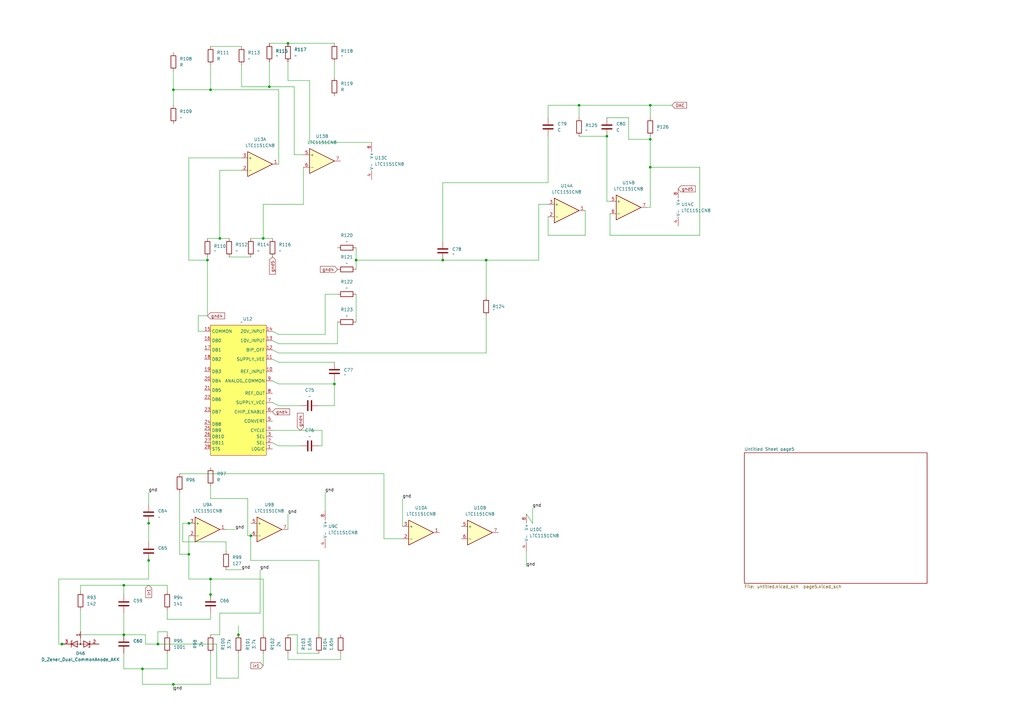
<source format=kicad_sch>
(kicad_sch (version 20231120) (generator "eeschema") (generator_version "8.0")
  (paper "A3")
  (lib_symbols
    (symbol "Amplifier_Operational:LTC1151CN8" (pin_names (offset 0.127))
      (property "Reference" "U" (at 5.08 7.62 0))
      (property "Value" "LTC1151CN8" (at 5.08 5.08 0))
      (symbol "LTC1151CN8_1_1"
        (polyline (pts (xy -5.08 5.08) (xy -5.08 -5.08) (xy 5.08 0) (xy -5.08 5.08)) (stroke (width 0.254)) (fill (type background)))
        (pin output line (at 7.62 0 180) (length 2.54) (name "~") (number "1"))
        (pin input line (at -7.62 -2.54 0) (length 2.54) (name "-") (number "2"))
        (pin input line (at -7.62 2.54 0) (length 2.54) (name "+") (number "3"))
      )
      (symbol "LTC1151CN8_2_1"
        (polyline (pts (xy -5.08 5.08) (xy -5.08 -5.08) (xy 5.08 0) (xy -5.08 5.08)) (stroke (width 0.254)) (fill (type background)))
        (pin input line (at -7.62 2.54 0) (length 2.54) (name "+") (number "5"))
        (pin input line (at -7.62 -2.54 0) (length 2.54) (name "-") (number "6"))
        (pin output line (at 7.62 0 180) (length 2.54) (name "~") (number "7"))
      )
      (symbol "LTC1151CN8_3_1"
        (pin power_in line (at -2.54 -7.62 90) (length 3.81) (name "V-") (number "4"))
        (pin power_in line (at -2.54 7.62 270) (length 3.81) (name "V+") (number "8"))
      )
    )
    (symbol "Device:C" (pin_numbers hide) (pin_names (offset 0.254))
      (property "Reference" "C" (at 0.635 2.54 0))
      (property "Value" "C" (at 0.635 -2.54 0))
      (symbol "C_0_1"
        (polyline (pts (xy -2.032 -0.762) (xy 2.032 -0.762)) (stroke (width 0.508)))
        (polyline (pts (xy -2.032 0.762) (xy 2.032 0.762)) (stroke (width 0.508)))
      )
      (symbol "C_1_1"
        (pin passive line (at 0 3.81 270) (length 2.794) (name "~") (number "1"))
        (pin passive line (at 0 -3.81 90) (length 2.794) (name "~") (number "2"))
      )
    )
    (symbol "Device:D_Zener_Dual_CommonAnode_AKK" (pin_names (offset 0.762) hide)
      (property "Reference" "D" (at 1.27 -2.54 0))
      (property "Value" "D_Zener_Dual_CommonAnode_AKK" (at 0 2.54 0))
      (symbol "D_Zener_Dual_CommonAnode_AKK_0_1"
        (polyline (pts (xy -3.556 0) (xy 3.81 0)))
        (polyline (pts (xy 0 0) (xy 0 -2.54)))
        (polyline (pts (xy -3.81 -1.27) (xy -3.81 1.27) (xy -3.302 1.27)) (stroke (width 0.254)))
        (polyline (pts (xy 3.81 1.27) (xy 3.81 -1.27) (xy 3.302 -1.27)) (stroke (width 0.254)))
        (polyline (pts (xy -1.27 -1.27) (xy -3.81 0) (xy -1.27 1.27) (xy -1.27 -1.27) (xy -1.27 -1.27) (xy -1.27 -1.27)) (stroke (width 0.254)))
        (polyline (pts (xy 1.27 1.27) (xy 3.81 0) (xy 1.27 -1.27) (xy 1.27 1.27) (xy 1.27 1.27) (xy 1.27 1.27)) (stroke (width 0.254)))
        (circle (center 0 0) (radius 0.254) (fill (type outline)))
        (pin passive line (at 0 -5.08 90) (length 2.54) (name "A") (number "1"))
        (pin passive line (at -7.62 0 0) (length 3.81) (name "K") (number "2"))
        (pin passive line (at 7.62 0 180) (length 3.81) (name "K") (number "3"))
      )
    )
    (symbol "Device:R" (pin_numbers hide) (pin_names (offset 0))
      (property "Reference" "R" (at 2.032 0 90))
      (property "Value" "R" (at 0 0 90))
      (symbol "R_0_1"
        (rectangle (start -1.016 -2.54) (end 1.016 2.54) (stroke (width 0.254)))
      )
      (symbol "R_1_1"
        (pin passive line (at 0 3.81 270) (length 1.27) (name "~") (number "1"))
        (pin passive line (at 0 -3.81 90) (length 1.27) (name "~") (number "2"))
      )
    )
    (symbol "New_Library_0:HI3-574AJN-52"
      (property "Reference" "U" (at 46.99 3.302 0))
      (symbol "HI3-574AJN-52_0_1"
        (rectangle (start -16.51 -21.59) (end -16.51 -21.59))
        (rectangle (start -15.24 -21.59) (end -15.24 -21.59))
      )
      (symbol "HI3-574AJN-52_1_1"
        (rectangle (start -13.97 30.48) (end 8.89 -22.86) (fill (type color) (color 253 255 113 1)))
        (pin input line (at -16.51 27.94 0) (length 2.54) (name "LOGIC") (number "1"))
        (pin input line (at -16.51 -3.81 0) (length 2.54) (name "REF_INPUT") (number "10"))
        (pin power_in line (at -16.51 -8.89 0) (length 2.54) (name "SUPPLY_VEE") (number "11"))
        (pin bidirectional line (at -16.51 -12.7 0) (length 2.54) (name "BIP_OFF") (number "12"))
        (pin input line (at -16.51 -16.51 0) (length 2.54) (name "10V_INPUT") (number "13"))
        (pin input line (at -16.51 -20.32 0) (length 2.54) (name "20V_INPUT") (number "14"))
        (pin bidirectional line (at 11.43 -20.32 180) (length 2.54) (name "COMMON") (number "15"))
        (pin output line (at 11.43 -16.51 180) (length 2.54) (name "DB0") (number "16"))
        (pin output line (at 11.43 -12.7 180) (length 2.54) (name "DB1") (number "17"))
        (pin output line (at 11.43 -8.89 180) (length 2.54) (name "DB2") (number "18"))
        (pin output line (at 11.43 -3.81 180) (length 2.54) (name "DB3") (number "19"))
        (pin bidirectional line (at -16.51 25.4 0) (length 2.54) (name "SEL") (number "2"))
        (pin output line (at 11.43 0 180) (length 2.54) (name "DB4") (number "20"))
        (pin output line (at 11.43 3.81 180) (length 2.54) (name "DB5") (number "21"))
        (pin output line (at 11.43 7.62 180) (length 2.54) (name "DB6") (number "22"))
        (pin output line (at 11.43 12.7 180) (length 2.54) (name "DB7") (number "23"))
        (pin output line (at 11.43 17.78 180) (length 2.54) (name "DB8") (number "24"))
        (pin output line (at 11.43 20.32 180) (length 2.54) (name "DB9") (number "25"))
        (pin output line (at 11.43 22.86 180) (length 2.54) (name "DB10") (number "26"))
        (pin output line (at 11.43 25.4 180) (length 2.54) (name "DB11") (number "27"))
        (pin bidirectional line (at 11.43 27.94 180) (length 2.54) (name "STS") (number "28"))
        (pin bidirectional line (at -16.51 22.86 0) (length 2.54) (name "SEL") (number "3"))
        (pin bidirectional line (at -16.51 20.32 0) (length 2.54) (name "CYCLE") (number "4"))
        (pin bidirectional line (at -16.51 16.51 0) (length 2.54) (name "CONVERT") (number "5"))
        (pin bidirectional line (at -16.51 12.7 0) (length 2.54) (name "CHIP_ENABLE") (number "6"))
        (pin power_in line (at -16.51 8.89 0) (length 2.54) (name "SUPPLY_VCC") (number "7"))
        (pin bidirectional line (at -16.51 5.08 0) (length 2.54) (name "REF_OUT") (number "8"))
        (pin bidirectional line (at -16.51 0 0) (length 2.54) (name "ANALOG_COMMON") (number "9"))
      )
    )
  )
  (junction (at 102.87 219.71))
  (junction (at 85.09 106.68))
  (junction (at 60.96 214.63))
  (junction (at 146.05 106.68))
  (junction (at 71.12 280.67))
  (junction (at 77.47 227.33))
  (junction (at 86.36 36.83))
  (junction (at 266.7 43.18))
  (junction (at 237.49 43.18))
  (junction (at 107.95 97.79))
  (junction (at 50.8 240.03))
  (junction (at 266.7 68.58))
  (junction (at 199.39 106.68))
  (junction (at 266.7 57.15))
  (junction (at 58.42 274.32))
  (junction (at 77.47 214.63))
  (junction (at 71.12 36.83))
  (junction (at 86.36 237.49))
  (junction (at 97.79 260.35))
  (junction (at 118.11 17.78))
  (junction (at 137.16 157.48))
  (junction (at 86.36 243.84))
  (junction (at 25.4 264.16))
  (junction (at 90.17 97.79))
  (junction (at 181.61 106.68))
  (junction (at 248.92 55.88))
  (junction (at 60.96 229.87))
  (junction (at 50.8 260.35))
  (junction (at 110.49 35.56))
  (junction (at 64.77 264.16))
  (wire (pts (xy 92.71 222.25) (xy 74.93 222.25)))
  (wire (pts (xy 68.58 259.08) (xy 64.77 259.08)))
  (wire (pts (xy 58.42 274.32) (xy 68.58 274.32)))
  (wire (pts (xy 114.3 148.59) (xy 111.76 147.32)))
  (wire (pts (xy 199.39 144.78) (xy 199.39 129.54)))
  (wire (pts (xy 97.79 260.35) (xy 97.79 261.62)))
  (wire (pts (xy 237.49 43.18) (xy 237.49 48.26)))
  (wire (pts (xy 99.06 26.67) (xy 99.06 35.56)))
  (wire (pts (xy 114.3 140.97) (xy 138.43 140.97)))
  (wire (pts (xy 81.28 135.89) (xy 83.82 135.89)))
  (wire (pts (xy 257.81 57.15) (xy 257.81 48.26)))
  (wire (pts (xy 165.1 204.47) (xy 165.1 215.9)))
  (wire (pts (xy 73.66 227.33) (xy 77.47 227.33)))
  (wire (pts (xy 114.3 166.37) (xy 123.19 166.37)))
  (wire (pts (xy 146.05 120.65) (xy 146.05 132.08)))
  (wire (pts (xy 24.13 264.16) (xy 24.13 237.49)))
  (wire (pts (xy 101.6 204.47) (xy 101.6 219.71)))
  (wire (pts (xy 130.81 166.37) (xy 137.16 166.37)))
  (wire (pts (xy 107.95 267.97) (xy 107.95 273.05)))
  (wire (pts (xy 86.36 199.39) (xy 86.36 204.47)))
  (wire (pts (xy 137.16 157.48) (xy 114.3 157.48)))
  (wire (pts (xy 250.19 82.55) (xy 248.92 82.55)))
  (wire (pts (xy 114.3 137.16) (xy 111.76 135.89)))
  (wire (pts (xy 60.96 229.87) (xy 60.96 237.49)))
  (wire (pts (xy 50.8 274.32) (xy 58.42 274.32)))
  (wire (pts (xy 73.66 201.93) (xy 73.66 227.33)))
  (wire (pts (xy 266.7 57.15) (xy 257.81 57.15)))
  (wire (pts (xy 237.49 43.18) (xy 266.7 43.18)))
  (wire (pts (xy 137.16 156.21) (xy 137.16 157.48)))
  (wire (pts (xy 73.66 194.31) (xy 157.48 194.31)))
  (wire (pts (xy 86.36 254) (xy 68.58 254)))
  (wire (pts (xy 218.44 208.28) (xy 218.44 214.63)))
  (wire (pts (xy 114.3 36.83) (xy 86.36 36.83)))
  (wire (pts (xy 248.92 82.55) (xy 248.92 55.88)))
  (wire (pts (xy 114.3 148.59) (xy 137.16 148.59)))
  (wire (pts (xy 224.79 48.26) (xy 224.79 43.18)))
  (wire (pts (xy 107.95 237.49) (xy 107.95 260.35)))
  (wire (pts (xy 114.3 182.88) (xy 123.19 182.88)))
  (wire (pts (xy 88.9 264.16) (xy 64.77 264.16)))
  (wire (pts (xy 50.8 251.46) (xy 50.8 260.35)))
  (wire (pts (xy 114.3 140.97) (xy 111.76 139.7)))
  (wire (pts (xy 50.8 267.97) (xy 50.8 274.32)))
  (wire (pts (xy 157.48 194.31) (xy 157.48 220.98)))
  (wire (pts (xy 77.47 64.77) (xy 99.06 64.77)))
  (wire (pts (xy 287.02 96.52) (xy 250.19 96.52)))
  (wire (pts (xy 237.49 55.88) (xy 248.92 55.88)))
  (wire (pts (xy 114.3 137.16) (xy 133.35 137.16)))
  (wire (pts (xy 85.09 106.68) (xy 85.09 105.41)))
  (wire (pts (xy 90.17 260.35) (xy 86.36 260.35)))
  (wire (pts (xy 50.8 240.03) (xy 50.8 243.84)))
  (wire (pts (xy 132.08 182.88) (xy 132.08 176.53)))
  (wire (pts (xy 266.7 85.09) (xy 266.7 68.58)))
  (wire (pts (xy 86.36 36.83) (xy 71.12 36.83)))
  (wire (pts (xy 107.95 97.79) (xy 111.76 97.79)))
  (wire (pts (xy 114.3 166.37) (xy 111.76 165.1)))
  (wire (pts (xy 146.05 106.68) (xy 146.05 110.49)))
  (wire (pts (xy 199.39 121.92) (xy 199.39 106.68)))
  (wire (pts (xy 130.81 267.97) (xy 121.92 267.97)))
  (wire (pts (xy 92.71 226.06) (xy 92.71 222.25)))
  (wire (pts (xy 74.93 214.63) (xy 77.47 214.63)))
  (wire (pts (xy 218.44 214.63) (xy 215.9 210.82)))
  (wire (pts (xy 71.12 280.67) (xy 86.36 280.67)))
  (wire (pts (xy 86.36 237.49) (xy 86.36 243.84)))
  (wire (pts (xy 85.09 97.79) (xy 90.17 97.79)))
  (wire (pts (xy 133.35 201.93) (xy 133.35 209.55)))
  (wire (pts (xy 118.11 17.78) (xy 137.16 17.78)))
  (wire (pts (xy 133.35 137.16) (xy 133.35 120.65)))
  (wire (pts (xy 110.49 17.78) (xy 118.11 17.78)))
  (wire (pts (xy 130.81 182.88) (xy 132.08 182.88)))
  (wire (pts (xy 118.11 210.82) (xy 118.11 217.17)))
  (wire (pts (xy 86.36 280.67) (xy 86.36 267.97)))
  (wire (pts (xy 99.06 35.56) (xy 110.49 35.56)))
  (wire (pts (xy 77.47 227.33) (xy 77.47 219.71)))
  (wire (pts (xy 139.7 270.51) (xy 139.7 267.97)))
  (wire (pts (xy 137.16 166.37) (xy 137.16 157.48)))
  (wire (pts (xy 287.02 68.58) (xy 287.02 96.52)))
  (wire (pts (xy 68.58 274.32) (xy 68.58 267.97)))
  (wire (pts (xy 33.02 240.03) (xy 50.8 240.03)))
  (wire (pts (xy 60.96 213.36) (xy 60.96 214.63)))
  (wire (pts (xy 224.79 88.9) (xy 224.79 96.52)))
  (wire (pts (xy 107.95 83.82) (xy 124.46 83.82)))
  (wire (pts (xy 124.46 83.82) (xy 124.46 68.58)))
  (wire (pts (xy 86.36 19.05) (xy 99.06 19.05)))
  (wire (pts (xy 33.02 250.19) (xy 33.02 259.08)))
  (wire (pts (xy 118.11 267.97) (xy 118.11 270.51)))
  (wire (pts (xy 199.39 106.68) (xy 220.98 106.68)))
  (wire (pts (xy 127 58.42) (xy 152.4 58.42)))
  (wire (pts (xy 110.49 35.56) (xy 120.65 35.56)))
  (wire (pts (xy 86.36 26.67) (xy 86.36 36.83)))
  (wire (pts (xy 127 33.02) (xy 127 58.42)))
  (wire (pts (xy 24.13 237.49) (xy 60.96 237.49)))
  (wire (pts (xy 77.47 106.68) (xy 77.47 64.77)))
  (wire (pts (xy 85.09 106.68) (xy 85.09 129.54)))
  (wire (pts (xy 102.87 97.79) (xy 107.95 97.79)))
  (wire (pts (xy 224.79 43.18) (xy 237.49 43.18)))
  (wire (pts (xy 64.77 264.16) (xy 59.69 264.16)))
  (wire (pts (xy 266.7 43.18) (xy 266.7 48.26)))
  (wire (pts (xy 90.17 97.79) (xy 90.17 69.85)))
  (wire (pts (xy 71.12 29.21) (xy 71.12 36.83)))
  (wire (pts (xy 266.7 68.58) (xy 287.02 68.58)))
  (wire (pts (xy 121.92 267.97) (xy 121.92 260.35)))
  (wire (pts (xy 97.79 278.13) (xy 88.9 278.13)))
  (wire (pts (xy 81.28 129.54) (xy 81.28 135.89)))
  (wire (pts (xy 266.7 68.58) (xy 266.7 57.15)))
  (wire (pts (xy 114.3 157.48) (xy 111.76 156.21)))
  (wire (pts (xy 118.11 270.51) (xy 139.7 270.51)))
  (wire (pts (xy 133.35 120.65) (xy 138.43 120.65)))
  (wire (pts (xy 111.76 176.53) (xy 132.08 176.53)))
  (wire (pts (xy 77.47 214.63) (xy 78.74 214.63)))
  (wire (pts (xy 58.42 280.67) (xy 71.12 280.67)))
  (wire (pts (xy 60.96 228.6) (xy 60.96 229.87)))
  (wire (pts (xy 68.58 260.35) (xy 68.58 259.08)))
  (wire (pts (xy 266.7 57.15) (xy 266.7 55.88)))
  (wire (pts (xy 68.58 240.03) (xy 68.58 242.57)))
  (wire (pts (xy 118.11 25.4) (xy 118.11 33.02)))
  (wire (pts (xy 121.92 260.35) (xy 118.11 260.35)))
  (wire (pts (xy 60.96 214.63) (xy 60.96 222.25)))
  (wire (pts (xy 86.36 251.46) (xy 86.36 254)))
  (wire (pts (xy 86.36 204.47) (xy 101.6 204.47)))
  (wire (pts (xy 266.7 43.18) (xy 275.59 43.18)))
  (wire (pts (xy 181.61 74.93) (xy 224.79 74.93)))
  (wire (pts (xy 224.79 96.52) (xy 240.03 96.52)))
  (wire (pts (xy 85.09 106.68) (xy 77.47 106.68)))
  (wire (pts (xy 93.98 105.41) (xy 102.87 105.41)))
  (wire (pts (xy 250.19 96.52) (xy 250.19 87.63)))
  (wire (pts (xy 25.4 264.16) (xy 24.13 264.16)))
  (wire (pts (xy 92.71 233.68) (xy 99.06 233.68)))
  (wire (pts (xy 68.58 254) (xy 68.58 250.19)))
  (wire (pts (xy 85.09 129.54) (xy 81.28 129.54)))
  (wire (pts (xy 120.65 63.5) (xy 124.46 63.5)))
  (wire (pts (xy 137.16 25.4) (xy 137.16 31.75)))
  (wire (pts (xy 114.3 144.78) (xy 111.76 143.51)))
  (wire (pts (xy 257.81 48.26) (xy 248.92 48.26)))
  (wire (pts (xy 224.79 83.82) (xy 220.98 83.82)))
  (wire (pts (xy 102.87 229.87) (xy 130.81 229.87)))
  (wire (pts (xy 138.43 140.97) (xy 138.43 132.08)))
  (wire (pts (xy 106.68 233.68) (xy 106.68 251.46)))
  (wire (pts (xy 86.36 243.84) (xy 86.36 245.11)))
  (wire (pts (xy 90.17 97.79) (xy 93.98 97.79)))
  (wire (pts (xy 102.87 219.71) (xy 102.87 229.87)))
  (wire (pts (xy 50.8 240.03) (xy 68.58 240.03)))
  (wire (pts (xy 215.9 226.06) (xy 215.9 232.41)))
  (wire (pts (xy 50.8 260.35) (xy 59.69 260.35)))
  (wire (pts (xy 118.11 33.02) (xy 127 33.02)))
  (wire (pts (xy 59.69 264.16) (xy 59.69 260.35)))
  (wire (pts (xy 114.3 182.88) (xy 111.76 181.61)))
  (wire (pts (xy 265.43 85.09) (xy 266.7 85.09)))
  (wire (pts (xy 33.02 242.57) (xy 33.02 240.03)))
  (wire (pts (xy 64.77 259.08) (xy 64.77 264.16)))
  (wire (pts (xy 71.12 280.67) (xy 71.12 283.21)))
  (wire (pts (xy 86.36 237.49) (xy 77.47 237.49)))
  (wire (pts (xy 120.65 35.56) (xy 120.65 63.5)))
  (wire (pts (xy 114.3 67.31) (xy 114.3 36.83)))
  (wire (pts (xy 199.39 106.68) (xy 181.61 106.68)))
  (wire (pts (xy 107.95 237.49) (xy 86.36 237.49)))
  (wire (pts (xy 146.05 101.6) (xy 146.05 106.68)))
  (wire (pts (xy 157.48 220.98) (xy 165.1 220.98)))
  (wire (pts (xy 106.68 251.46) (xy 90.17 251.46)))
  (wire (pts (xy 74.93 222.25) (xy 74.93 214.63)))
  (wire (pts (xy 101.6 219.71) (xy 102.87 219.71)))
  (wire (pts (xy 97.79 256.54) (xy 97.79 260.35)))
  (wire (pts (xy 114.3 144.78) (xy 199.39 144.78)))
  (wire (pts (xy 71.12 36.83) (xy 71.12 43.18)))
  (wire (pts (xy 130.81 229.87) (xy 130.81 260.35)))
  (wire (pts (xy 224.79 74.93) (xy 224.79 55.88)))
  (wire (pts (xy 146.05 106.68) (xy 181.61 106.68)))
  (wire (pts (xy 77.47 237.49) (xy 77.47 227.33)))
  (wire (pts (xy 240.03 96.52) (xy 240.03 86.36)))
  (wire (pts (xy 181.61 99.06) (xy 181.61 74.93)))
  (wire (pts (xy 26.67 264.16) (xy 25.4 264.16)))
  (wire (pts (xy 58.42 274.32) (xy 58.42 280.67)))
  (wire (pts (xy 107.95 97.79) (xy 107.95 83.82)))
  (wire (pts (xy 90.17 251.46) (xy 90.17 260.35)))
  (wire (pts (xy 88.9 278.13) (xy 88.9 264.16)))
  (wire (pts (xy 33.02 260.35) (xy 50.8 260.35)))
  (wire (pts (xy 90.17 69.85) (xy 99.06 69.85)))
  (wire (pts (xy 60.96 207.01) (xy 60.96 201.93)))
  (wire (pts (xy 110.49 25.4) (xy 110.49 35.56)))
  (wire (pts (xy 220.98 83.82) (xy 220.98 106.68)))
  (wire (pts (xy 97.79 267.97) (xy 97.79 278.13)))
  (wire (pts (xy 92.71 217.17) (xy 96.52 217.17)))
  (label "gnd" (at 71.12 283.21 0))
  (label "gnd" (at 218.44 208.28 0))
  (label "gnd" (at 118.11 210.82 0))
  (label "gnd" (at 60.96 201.93 0))
  (label "gnd" (at 133.35 201.93 0))
  (label "gnd" (at 96.52 217.17 0))
  (label "gnd" (at 165.1 204.47 0))
  (label "gnd" (at 215.9 232.41 0))
  (label "gnd" (at 99.06 233.68 0))
  (label "gnd" (at 106.68 233.68 0))
  (global_label "gnd4" (shape input) (at 85.09 129.54 0) (property "Intersheetrefs" "${INTERSHEET_REFS}" (effects (hide yes))))
  (global_label "gnd4" (shape input) (at 111.76 168.91 0) (property "Intersheetrefs" "${INTERSHEET_REFS}" (effects (hide yes))))
  (global_label "lr1" (shape input) (at 60.96 240.03 270) (property "Intersheetrefs" "${INTERSHEET_REFS}" (effects (hide yes))))
  (global_label "lr1" (shape input) (at 107.95 273.05 180) (property "Intersheetrefs" "${INTERSHEET_REFS}" (effects (hide yes))))
  (global_label "DAC" (shape input) (at 275.59 43.18 0) (property "Intersheetrefs" "${INTERSHEET_REFS}" (effects (hide yes))))
  (global_label "gnd5" (shape input) (at 111.76 105.41 270) (property "Intersheetrefs" "${INTERSHEET_REFS}" (effects (hide yes))))
  (global_label "gnd4" (shape input) (at 123.19 176.53 90) (property "Intersheetrefs" "${INTERSHEET_REFS}" (effects (hide yes))))
  (global_label "gnd5" (shape input) (at 278.13 77.47 0) (property "Intersheetrefs" "${INTERSHEET_REFS}" (effects (hide yes))))
  (global_label "gnd4" (shape input) (at 138.43 110.49 180) (property "Intersheetrefs" "${INTERSHEET_REFS}" (effects (hide yes))))
  (symbol (lib_id "Device:R") (at 86.36 264.16 180) (unit 1)
    (property "Reference" "R98" (at 80.01 264.16 90))
    (property "Value" "2k" (at 82.55 264.16 90))
    (property "Description" "Resistor" (effects (hide yes)))
  )
  (symbol (lib_id "Device:R") (at 118.11 21.59 0) (unit 1)
    (property "Reference" "R117" (at 120.65 20.3199 0) (effects (justify left)))
    (property "Value" "~" (at 120.65 22.8599 0) (effects (justify left)))
    (property "Description" "Resistor" (effects (hide yes)))
  )
  (symbol (lib_id "Amplifier_Operational:LTC1151CN8") (at 218.44 218.44 0) (unit 3)
    (property "Reference" "U10" (at 217.17 217.1699 0) (effects (justify left)))
    (property "Value" "LTC1151CN8" (at 217.17 219.7099 0) (effects (justify left)))
    (property "Footprint" "Package_DIP:DIP-8_W7.62mm" (effects (hide yes)))
    (property "Datasheet" "https://www.analog.com/media/en/technical-documentation/data-sheets/1151fa.pdf" (effects (hide yes)))
    (property "Description" "Dual ±15V, Zero-Drift, Operational Amplifier, DIP-8" (effects (hide yes)))
  )
  (symbol (lib_id "Device:C") (at 248.92 52.07 0) (unit 1)
    (property "Reference" "C80" (at 252.73 50.7999 0) (effects (justify left)))
    (property "Value" "C" (at 252.73 53.3399 0) (effects (justify left)))
    (property "Description" "Unpolarized capacitor" (effects (hide yes)))
  )
  (symbol (lib_id "Device:R") (at 118.11 264.16 180) (unit 1)
    (property "Reference" "R102" (at 111.76 264.16 90))
    (property "Value" "2k" (at 114.3 264.16 90))
    (property "Description" "Resistor" (effects (hide yes)))
  )
  (symbol (lib_id "Amplifier_Operational:LTC1151CN8") (at 280.67 85.09 0) (unit 3)
    (property "Reference" "U14" (at 279.4 83.8199 0) (effects (justify left)))
    (property "Value" "LTC1151CN8" (at 279.4 86.3599 0) (effects (justify left)))
    (property "Footprint" "Package_DIP:DIP-8_W7.62mm" (effects (hide yes)))
    (property "Datasheet" "https://www.analog.com/media/en/technical-documentation/data-sheets/1151fa.pdf" (effects (hide yes)))
    (property "Description" "Dual ±15V, Zero-Drift, Operational Amplifier, DIP-8" (effects (hide yes)))
  )
  (symbol (lib_id "Device:R") (at 97.79 264.16 180) (unit 1)
    (property "Reference" "R100" (at 91.44 264.16 90))
    (property "Value" "3.7k" (at 93.98 264.16 90))
    (property "Description" "Resistor" (effects (hide yes)))
  )
  (symbol (lib_id "Amplifier_Operational:LTC1151CN8") (at 196.85 218.44 0) (unit 2)
    (property "Reference" "U10" (at 196.85 208.28 0))
    (property "Value" "LTC1151CN8" (at 196.85 210.82 0))
    (property "Footprint" "Package_DIP:DIP-8_W7.62mm" (effects (hide yes)))
    (property "Datasheet" "https://www.analog.com/media/en/technical-documentation/data-sheets/1151fa.pdf" (effects (hide yes)))
    (property "Description" "Dual ±15V, Zero-Drift, Operational Amplifier, DIP-8" (effects (hide yes)))
  )
  (symbol (lib_id "Amplifier_Operational:LTC1151CN8") (at 106.68 67.31 0) (unit 1)
    (property "Reference" "U13" (at 106.68 57.15 0))
    (property "Value" "LTC1151CN8" (at 106.68 59.69 0))
    (property "Footprint" "Package_DIP:DIP-8_W7.62mm" (effects (hide yes)))
    (property "Datasheet" "https://www.analog.com/media/en/technical-documentation/data-sheets/1151fa.pdf" (effects (hide yes)))
    (property "Description" "Dual ±15V, Zero-Drift, Operational Amplifier, DIP-8" (effects (hide yes)))
  )
  (symbol (lib_id "Device:R") (at 111.76 101.6 0) (unit 1)
    (property "Reference" "R116" (at 114.3 100.3299 0) (effects (justify left)))
    (property "Value" "~" (at 114.3 102.8699 0) (effects (justify left)))
    (property "Description" "Resistor" (effects (hide yes)))
  )
  (symbol (lib_id "Device:R") (at 86.36 195.58 0) (unit 1)
    (property "Reference" "R97" (at 88.9 194.3099 0) (effects (justify left)))
    (property "Value" "R" (at 88.9 196.8499 0) (effects (justify left)))
    (property "Description" "Resistor" (effects (hide yes)))
  )
  (symbol (lib_id "Device:R") (at 33.02 246.38 180) (unit 1)
    (property "Reference" "R93" (at 35.56 245.1099 0) (effects (justify right)))
    (property "Value" "142" (at 35.56 247.6499 0) (effects (justify right)))
    (property "Description" "Resistor" (effects (hide yes)))
  )
  (symbol (lib_id "Device:R") (at 142.24 110.49 90) (unit 1)
    (property "Reference" "R121" (at 142.24 105.41 90))
    (property "Value" "~" (at 142.24 107.95 90))
    (property "Description" "Resistor" (effects (hide yes)))
  )
  (symbol (lib_id "Device:R") (at 107.95 264.16 180) (unit 1)
    (property "Reference" "R101" (at 101.6 264.16 90))
    (property "Value" "3.7k" (at 104.14 264.16 90))
    (property "Description" "Resistor" (effects (hide yes)))
  )
  (symbol (lib_id "Device:R") (at 68.58 246.38 180) (unit 1)
    (property "Reference" "R94" (at 71.12 245.1099 0) (effects (justify right)))
    (property "Value" "141" (at 71.12 247.6499 0) (effects (justify right)))
    (property "Description" "Resistor" (effects (hide yes)))
  )
  (symbol (lib_id "New_Library_0:HI3-574AJN-52") (at 95.25 156.21 180) (unit 1)
    (property "Reference" "U12" (at 101.6 130.81 0))
    (property "Value" "~" (at 99.06 132.08 0))
  )
  (symbol (lib_id "Device:R") (at 86.36 22.86 0) (unit 1)
    (property "Reference" "R111" (at 88.9 21.5899 0) (effects (justify left)))
    (property "Value" "R" (at 88.9 24.1299 0) (effects (justify left)))
    (property "Description" "Resistor" (effects (hide yes)))
  )
  (symbol (lib_id "Device:R") (at 110.49 21.59 180) (unit 1)
    (property "Reference" "R115" (at 113.03 20.9549 0) (effects (justify right)))
    (property "Value" "~" (at 113.03 22.86 0) (effects (justify right)))
    (property "Description" "Resistor" (effects (hide yes)))
  )
  (symbol (lib_id "Device:R") (at 142.24 101.6 90) (unit 1)
    (property "Reference" "R120" (at 142.24 96.52 90))
    (property "Value" "~" (at 142.24 99.06 90))
    (property "Description" "Resistor" (effects (hide yes)))
  )
  (symbol (lib_id "Device:R") (at 199.39 125.73 0) (unit 1)
    (property "Reference" "R124" (at 201.93 125.7299 0) (effects (justify left)))
    (property "Value" "~" (at 201.93 126.9999 0) (effects (justify left)))
    (property "Description" "Resistor" (effects (hide yes)))
  )
  (symbol (lib_id "Device:R") (at 142.24 120.65 90) (unit 1)
    (property "Reference" "R122" (at 142.24 115.57 90))
    (property "Value" "~" (at 142.24 118.11 90))
    (property "Description" "Resistor" (effects (hide yes)))
  )
  (symbol (lib_id "Device:C") (at 50.8 247.65 0) (unit 1)
    (property "Reference" "C59" (at 54.61 246.3799 0) (effects (justify left)))
    (property "Value" "78" (effects (hide yes)))
    (property "Description" "Unpolarized capacitor" (effects (hide yes)))
  )
  (symbol (lib_id "Device:R") (at 68.58 264.16 180) (unit 1)
    (property "Reference" "R95" (at 71.12 262.8899 0) (effects (justify right)))
    (property "Value" "1001" (at 71.12 265.4299 0) (effects (justify right)))
    (property "Description" "Resistor" (effects (hide yes)))
  )
  (symbol (lib_id "Device:C") (at 137.16 152.4 180) (unit 1)
    (property "Reference" "C77" (at 140.97 151.7649 0) (effects (justify right)))
    (property "Value" "~" (at 140.97 153.67 0) (effects (justify right)))
    (property "Description" "Unpolarized capacitor" (effects (hide yes)))
  )
  (symbol (lib_id "Amplifier_Operational:LTC1151CN8") (at 135.89 217.17 0) (unit 3)
    (property "Reference" "U9" (at 134.62 215.8999 0) (effects (justify left)))
    (property "Value" "LTC1151CN8" (at 134.62 218.4399 0) (effects (justify left)))
    (property "Footprint" "Package_DIP:DIP-8_W7.62mm" (effects (hide yes)))
    (property "Datasheet" "https://www.analog.com/media/en/technical-documentation/data-sheets/1151fa.pdf" (effects (hide yes)))
    (property "Description" "Dual ±15V, Zero-Drift, Operational Amplifier, DIP-8" (effects (hide yes)))
  )
  (symbol (lib_id "Device:C") (at 181.61 102.87 180) (unit 1)
    (property "Reference" "C78" (at 185.42 102.2349 0) (effects (justify right)))
    (property "Value" "~" (at 185.42 104.14 0) (effects (justify right)))
    (property "Description" "Unpolarized capacitor" (effects (hide yes)))
  )
  (symbol (lib_id "Amplifier_Operational:LTC1151CN8") (at 172.72 218.44 0) (unit 1)
    (property "Reference" "U10" (at 172.72 208.28 0))
    (property "Value" "LTC1151CN8" (at 172.72 210.82 0))
    (property "Footprint" "Package_DIP:DIP-8_W7.62mm" (effects (hide yes)))
    (property "Datasheet" "https://www.analog.com/media/en/technical-documentation/data-sheets/1151fa.pdf" (effects (hide yes)))
    (property "Description" "Dual ±15V, Zero-Drift, Operational Amplifier, DIP-8" (effects (hide yes)))
  )
  (symbol (lib_id "Device:C") (at 224.79 52.07 0) (unit 1)
    (property "Reference" "C79" (at 228.6 50.7999 0) (effects (justify left)))
    (property "Value" "C" (at 228.6 53.3399 0) (effects (justify left)))
    (property "Description" "Unpolarized capacitor" (effects (hide yes)))
  )
  (symbol (lib_id "Device:R") (at 139.7 264.16 180) (unit 1)
    (property "Reference" "R104" (at 133.35 264.16 90))
    (property "Value" "1.65k" (at 135.89 264.16 90))
    (property "Description" "Resistor" (effects (hide yes)))
  )
  (symbol (lib_id "Device:R") (at 142.24 132.08 90) (unit 1)
    (property "Reference" "R123" (at 142.24 127 90))
    (property "Value" "~" (at 142.24 129.54 90))
    (property "Description" "Resistor" (effects (hide yes)))
  )
  (symbol (lib_id "Device:C") (at 127 166.37 90) (unit 1)
    (property "Reference" "C75" (at 127 160.02 90))
    (property "Value" "~" (at 127 162.56 90))
    (property "Description" "Unpolarized capacitor" (effects (hide yes)))
  )
  (symbol (lib_id "Device:R") (at 85.09 101.6 180) (unit 1)
    (property "Reference" "R110" (at 87.63 100.9649 0) (effects (justify right)))
    (property "Value" "~" (at 87.63 102.87 0) (effects (justify right)))
    (property "Description" "Resistor" (effects (hide yes)))
  )
  (symbol (lib_id "Device:R") (at 102.87 101.6 0) (unit 1)
    (property "Reference" "R114" (at 105.41 100.3299 0) (effects (justify left)))
    (property "Value" "~" (at 105.41 102.8699 0) (effects (justify left)))
    (property "Description" "Resistor" (effects (hide yes)))
  )
  (symbol (lib_id "Device:C") (at 50.8 264.16 0) (unit 1)
    (property "Reference" "C60" (at 54.61 262.8899 0) (effects (justify left)))
    (property "Value" "79" (effects (hide yes)))
    (property "Description" "Unpolarized capacitor" (effects (hide yes)))
  )
  (symbol (lib_id "Device:R") (at 266.7 52.07 0) (unit 1)
    (property "Reference" "R126" (at 269.24 52.0699 0) (effects (justify left)))
    (property "Value" "~" (at 269.24 53.3399 0) (effects (justify left)))
    (property "Description" "Resistor" (effects (hide yes)))
  )
  (symbol (lib_id "Device:R") (at 92.71 229.87 0) (unit 1)
    (property "Reference" "R99" (at 95.25 228.5999 0) (effects (justify left)))
    (property "Value" "127" (at 95.25 231.1399 0) (effects (justify left)))
    (property "Description" "Resistor" (effects (hide yes)))
  )
  (symbol (lib_id "Amplifier_Operational:LTC1151CN8") (at 85.09 217.17 0) (unit 1)
    (property "Reference" "U9" (at 85.09 207.01 0))
    (property "Value" "LTC1151CN8" (at 85.09 209.55 0))
    (property "Footprint" "Package_DIP:DIP-8_W7.62mm" (effects (hide yes)))
    (property "Datasheet" "https://www.analog.com/media/en/technical-documentation/data-sheets/1151fa.pdf" (effects (hide yes)))
    (property "Description" "Dual ±15V, Zero-Drift, Operational Amplifier, DIP-8" (effects (hide yes)))
  )
  (symbol (lib_id "Amplifier_Operational:LTC1151CN8") (at 132.08 66.04 0) (unit 2)
    (property "Reference" "U13" (at 132.08 55.88 0))
    (property "Value" "LTC1151CN8" (at 132.08 58.42 0))
    (property "Footprint" "Package_DIP:DIP-8_W7.62mm" (effects (hide yes)))
    (property "Datasheet" "https://www.analog.com/media/en/technical-documentation/data-sheets/1151fa.pdf" (effects (hide yes)))
    (property "Description" "Dual ±15V, Zero-Drift, Operational Amplifier, DIP-8" (effects (hide yes)))
  )
  (symbol (lib_id "Device:R") (at 71.12 25.4 0) (unit 1)
    (property "Reference" "R108" (at 73.66 24.1299 0) (effects (justify left)))
    (property "Value" "R" (at 73.66 26.6699 0) (effects (justify left)))
    (property "Description" "Resistor" (effects (hide yes)))
  )
  (symbol (lib_id "Device:D_Zener_Dual_CommonAnode_AKK") (at 33.02 264.16 180) (unit 1)
    (property "Reference" "D46" (at 33.02 267.97 0))
    (property "Value" "D_Zener_Dual_CommonAnode_AKK" (at 33.02 270.51 0))
    (property "Description" "Dual Zener diode, common anode on pin 1" (effects (hide yes)))
  )
  (symbol (lib_id "Device:C") (at 60.96 226.06 0) (unit 1)
    (property "Reference" "C65" (at 64.77 224.7899 0) (effects (justify left)))
    (property "Value" "78" (effects (hide yes)))
    (property "Description" "Unpolarized capacitor" (effects (hide yes)))
  )
  (symbol (lib_id "Device:R") (at 93.98 101.6 0) (unit 1)
    (property "Reference" "R112" (at 96.52 100.3299 0) (effects (justify left)))
    (property "Value" "~" (at 96.52 102.8699 0) (effects (justify left)))
    (property "Description" "Resistor" (effects (hide yes)))
  )
  (symbol (lib_id "Device:C") (at 86.36 247.65 0) (unit 1)
    (property "Reference" "C66" (at 90.17 246.3799 0) (effects (justify left)))
    (property "Value" "77" (effects (hide yes)))
    (property "Description" "Unpolarized capacitor" (effects (hide yes)))
  )
  (symbol (lib_id "Device:R") (at 130.81 264.16 180) (unit 1)
    (property "Reference" "R103" (at 124.46 264.16 90))
    (property "Value" "1.65k" (at 127 264.16 90))
    (property "Description" "Resistor" (effects (hide yes)))
  )
  (symbol (lib_id "Device:C") (at 127 182.88 90) (unit 1)
    (property "Reference" "C76" (at 127 176.53 90))
    (property "Value" "~" (at 127 179.07 90))
    (property "Description" "Unpolarized capacitor" (effects (hide yes)))
  )
  (symbol (lib_id "Device:R") (at 137.16 21.59 180) (unit 1)
    (property "Reference" "R118" (at 139.7 20.9549 0) (effects (justify right)))
    (property "Value" "~" (at 139.7 22.86 0) (effects (justify right)))
    (property "Description" "Resistor" (effects (hide yes)))
  )
  (symbol (lib_id "Device:R") (at 237.49 52.07 180) (unit 1)
    (property "Reference" "R125" (at 240.03 51.4349 0) (effects (justify right)))
    (property "Value" "~" (at 240.03 53.34 0) (effects (justify right)))
    (property "Description" "Resistor" (effects (hide yes)))
  )
  (symbol (lib_id "Device:R") (at 99.06 22.86 0) (unit 1)
    (property "Reference" "R113" (at 101.6 21.5899 0) (effects (justify left)))
    (property "Value" "~" (at 101.6 24.1299 0) (effects (justify left)))
    (property "Description" "Resistor" (effects (hide yes)))
  )
  (symbol (lib_id "Device:R") (at 71.12 46.99 0) (unit 1)
    (property "Reference" "R109" (at 73.66 45.7199 0) (effects (justify left)))
    (property "Value" "~" (at 73.66 48.2599 0) (effects (justify left)))
    (property "Description" "Resistor" (effects (hide yes)))
  )
  (symbol (lib_id "Device:C") (at 60.96 210.82 0) (unit 1)
    (property "Reference" "C64" (at 64.77 209.5499 0) (effects (justify left)))
    (property "Value" "~" (at 64.77 212.0899 0) (effects (justify left)))
    (property "Description" "Unpolarized capacitor" (effects (hide yes)))
  )
  (symbol (lib_id "Device:R") (at 137.16 35.56 0) (unit 1)
    (property "Reference" "R119" (at 139.7 34.2899 0) (effects (justify left)))
    (property "Value" "R" (at 139.7 36.8299 0) (effects (justify left)))
    (property "Description" "Resistor" (effects (hide yes)))
  )
  (symbol (lib_id "Amplifier_Operational:LTC1151CN8") (at 257.81 85.09 0) (unit 2)
    (property "Reference" "U14" (at 257.81 74.93 0))
    (property "Value" "LTC1151CN8" (at 257.81 77.47 0))
    (property "Footprint" "Package_DIP:DIP-8_W7.62mm" (effects (hide yes)))
    (property "Datasheet" "https://www.analog.com/media/en/technical-documentation/data-sheets/1151fa.pdf" (effects (hide yes)))
    (property "Description" "Dual ±15V, Zero-Drift, Operational Amplifier, DIP-8" (effects (hide yes)))
  )
  (symbol (lib_id "Amplifier_Operational:LTC1151CN8") (at 154.94 66.04 0) (unit 3)
    (property "Reference" "U13" (at 153.67 64.7699 0) (effects (justify left)))
    (property "Value" "LTC1151CN8" (at 153.67 67.3099 0) (effects (justify left)))
    (property "Footprint" "Package_DIP:DIP-8_W7.62mm" (effects (hide yes)))
    (property "Datasheet" "https://www.analog.com/media/en/technical-documentation/data-sheets/1151fa.pdf" (effects (hide yes)))
    (property "Description" "Dual ±15V, Zero-Drift, Operational Amplifier, DIP-8" (effects (hide yes)))
  )
  (symbol (lib_id "Amplifier_Operational:LTC1151CN8") (at 110.49 217.17 0) (unit 2)
    (property "Reference" "U9" (at 110.49 207.01 0))
    (property "Value" "LTC1151CN8" (at 110.49 209.55 0))
    (property "Footprint" "Package_DIP:DIP-8_W7.62mm" (effects (hide yes)))
    (property "Datasheet" "https://www.analog.com/media/en/technical-documentation/data-sheets/1151fa.pdf" (effects (hide yes)))
    (property "Description" "Dual ±15V, Zero-Drift, Operational Amplifier, DIP-8" (effects (hide yes)))
  )
  (symbol (lib_id "Amplifier_Operational:LTC1151CN8") (at 232.41 86.36 0) (unit 1)
    (property "Reference" "U14" (at 232.41 76.2 0))
    (property "Value" "LTC1151CN8" (at 232.41 78.74 0))
    (property "Footprint" "Package_DIP:DIP-8_W7.62mm" (effects (hide yes)))
    (property "Datasheet" "https://www.analog.com/media/en/technical-documentation/data-sheets/1151fa.pdf" (effects (hide yes)))
    (property "Description" "Dual ±15V, Zero-Drift, Operational Amplifier, DIP-8" (effects (hide yes)))
  )
  (symbol (lib_id "Device:R") (at 73.66 198.12 0) (unit 1)
    (property "Reference" "R96" (at 76.2 196.8499 0) (effects (justify left)))
    (property "Value" "97" (effects (hide yes)))
    (property "Description" "Resistor" (effects (hide yes)))
  )
  (sheet (at 305.308 185.674) (size 74.93 53.594) (stroke (width 0.1524))
    (property "Sheetname" "Untitled Sheet page5" (at 305.308 184.9624 0) (effects (justify left bottom)))
    (property "Sheetfile" "untitled.kicad_sch  page5.kicad_sch" (at 305.308 239.8526 0) (effects (justify left top)))
  )
)
</source>
